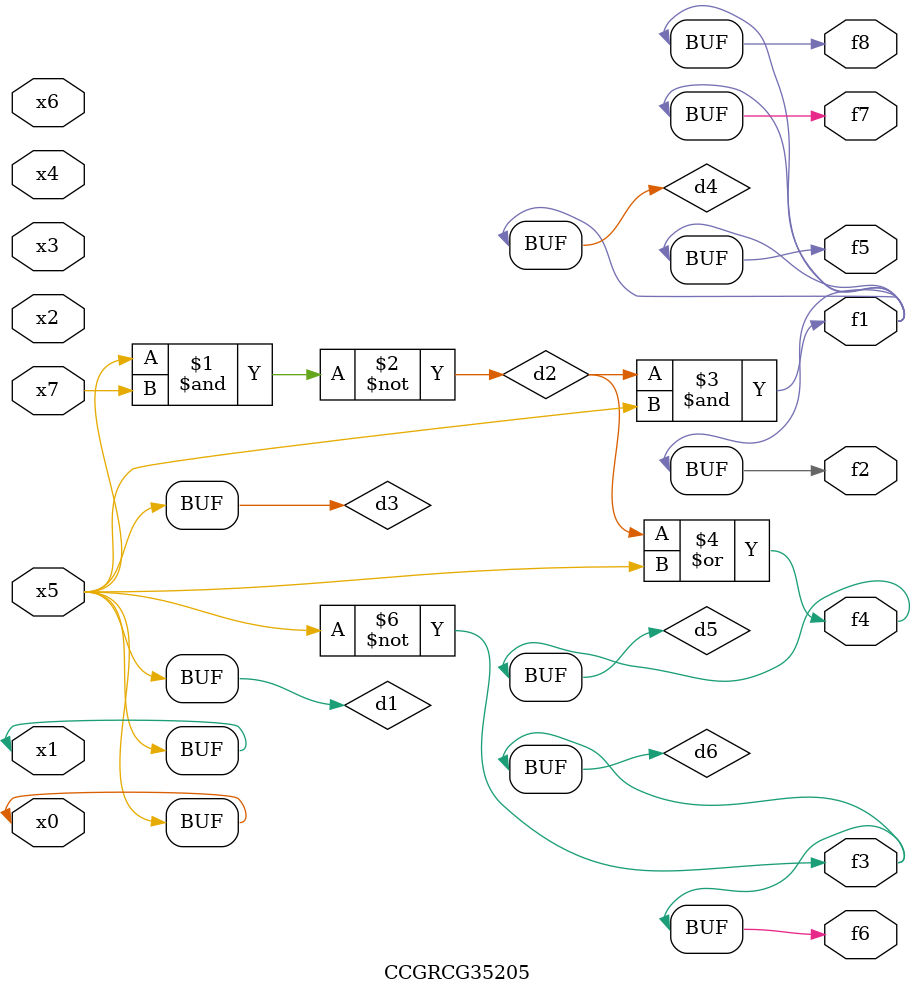
<source format=v>
module CCGRCG35205(
	input x0, x1, x2, x3, x4, x5, x6, x7,
	output f1, f2, f3, f4, f5, f6, f7, f8
);

	wire d1, d2, d3, d4, d5, d6;

	buf (d1, x0, x5);
	nand (d2, x5, x7);
	buf (d3, x0, x1);
	and (d4, d2, d3);
	or (d5, d2, d3);
	nor (d6, d1, d3);
	assign f1 = d4;
	assign f2 = d4;
	assign f3 = d6;
	assign f4 = d5;
	assign f5 = d4;
	assign f6 = d6;
	assign f7 = d4;
	assign f8 = d4;
endmodule

</source>
